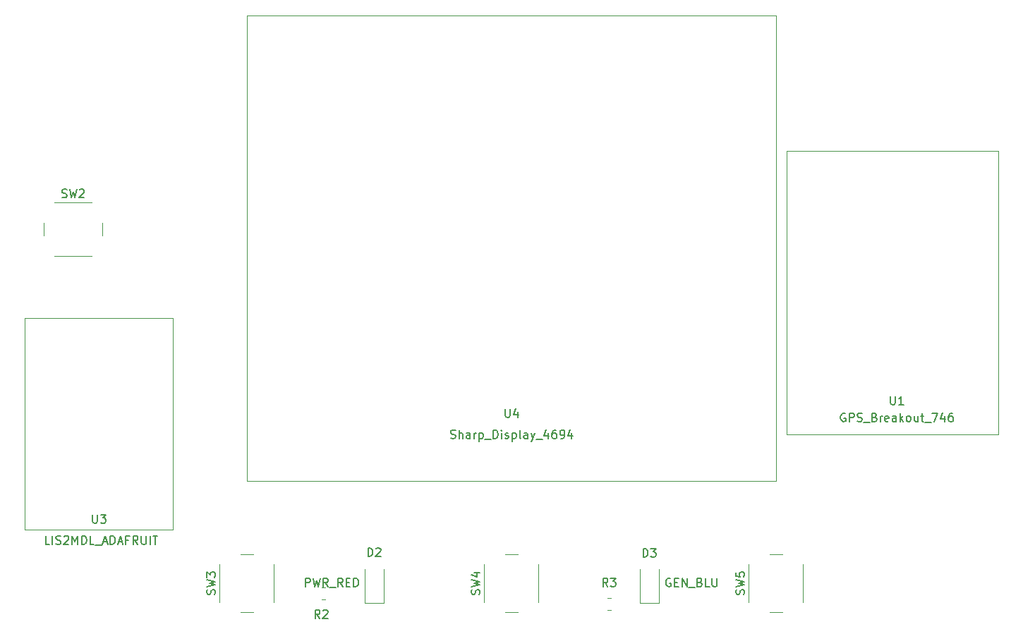
<source format=gbr>
%TF.GenerationSoftware,KiCad,Pcbnew,5.1.9+dfsg1-1*%
%TF.CreationDate,2021-09-30T01:50:27+00:00*%
%TF.ProjectId,st_pat,73745f70-6174-42e6-9b69-6361645f7063,rev?*%
%TF.SameCoordinates,Original*%
%TF.FileFunction,Legend,Top*%
%TF.FilePolarity,Positive*%
%FSLAX46Y46*%
G04 Gerber Fmt 4.6, Leading zero omitted, Abs format (unit mm)*
G04 Created by KiCad (PCBNEW 5.1.9+dfsg1-1) date 2021-09-30 01:50:27*
%MOMM*%
%LPD*%
G01*
G04 APERTURE LIST*
%ADD10C,0.120000*%
%ADD11C,0.150000*%
G04 APERTURE END LIST*
D10*
%TO.C,U1*%
X172720000Y-93980000D02*
X172720000Y-59944000D01*
X172720000Y-59944000D02*
X198120000Y-59944000D01*
X198120000Y-59944000D02*
X198120000Y-93980000D01*
X198120000Y-93980000D02*
X172720000Y-93980000D01*
%TO.C,SW5*%
X172164000Y-108312000D02*
X170664000Y-108312000D01*
X168164000Y-109562000D02*
X168164000Y-114062000D01*
X170664000Y-115312000D02*
X172164000Y-115312000D01*
X174664000Y-114062000D02*
X174664000Y-109562000D01*
%TO.C,SW4*%
X140414000Y-108312000D02*
X138914000Y-108312000D01*
X136414000Y-109562000D02*
X136414000Y-114062000D01*
X138914000Y-115312000D02*
X140414000Y-115312000D01*
X142914000Y-114062000D02*
X142914000Y-109562000D01*
%TO.C,SW3*%
X108664000Y-108312000D02*
X107164000Y-108312000D01*
X104664000Y-109562000D02*
X104664000Y-114062000D01*
X107164000Y-115312000D02*
X108664000Y-115312000D01*
X111164000Y-114062000D02*
X111164000Y-109562000D01*
%TO.C,SW2*%
X90570000Y-70056000D02*
X90570000Y-68556000D01*
X89320000Y-66056000D02*
X84820000Y-66056000D01*
X83570000Y-68556000D02*
X83570000Y-70056000D01*
X84820000Y-72556000D02*
X89320000Y-72556000D01*
%TO.C,U4*%
X171450000Y-43688000D02*
X171450000Y-99568000D01*
X107950000Y-43688000D02*
X171450000Y-43688000D01*
X107950000Y-99568000D02*
X107950000Y-43688000D01*
X171450000Y-99568000D02*
X107950000Y-99568000D01*
%TO.C,U3*%
X99060000Y-105410000D02*
X81280000Y-105410000D01*
X99060000Y-80010000D02*
X99060000Y-105410000D01*
X81280000Y-80010000D02*
X99060000Y-80010000D01*
X81280000Y-105410000D02*
X81280000Y-80010000D01*
%TO.C,R3*%
X151627064Y-115035000D02*
X151172936Y-115035000D01*
X151627064Y-113565000D02*
X151172936Y-113565000D01*
%TO.C,D3*%
X155075000Y-110160000D02*
X155075000Y-114220000D01*
X155075000Y-114220000D02*
X157345000Y-114220000D01*
X157345000Y-114220000D02*
X157345000Y-110160000D01*
%TO.C,R2*%
X117337064Y-113765000D02*
X116882936Y-113765000D01*
X117337064Y-112295000D02*
X116882936Y-112295000D01*
%TO.C,D2*%
X122055000Y-110123500D02*
X122055000Y-114183500D01*
X122055000Y-114183500D02*
X124325000Y-114183500D01*
X124325000Y-114183500D02*
X124325000Y-110123500D01*
%TO.C, *%
D11*
%TO.C,U1*%
X185166095Y-89368380D02*
X185166095Y-90177904D01*
X185213714Y-90273142D01*
X185261333Y-90320761D01*
X185356571Y-90368380D01*
X185547047Y-90368380D01*
X185642285Y-90320761D01*
X185689904Y-90273142D01*
X185737523Y-90177904D01*
X185737523Y-89368380D01*
X186737523Y-90368380D02*
X186166095Y-90368380D01*
X186451809Y-90368380D02*
X186451809Y-89368380D01*
X186356571Y-89511238D01*
X186261333Y-89606476D01*
X186166095Y-89654095D01*
X179737523Y-91448000D02*
X179642285Y-91400380D01*
X179499428Y-91400380D01*
X179356571Y-91448000D01*
X179261333Y-91543238D01*
X179213714Y-91638476D01*
X179166095Y-91828952D01*
X179166095Y-91971809D01*
X179213714Y-92162285D01*
X179261333Y-92257523D01*
X179356571Y-92352761D01*
X179499428Y-92400380D01*
X179594666Y-92400380D01*
X179737523Y-92352761D01*
X179785142Y-92305142D01*
X179785142Y-91971809D01*
X179594666Y-91971809D01*
X180213714Y-92400380D02*
X180213714Y-91400380D01*
X180594666Y-91400380D01*
X180689904Y-91448000D01*
X180737523Y-91495619D01*
X180785142Y-91590857D01*
X180785142Y-91733714D01*
X180737523Y-91828952D01*
X180689904Y-91876571D01*
X180594666Y-91924190D01*
X180213714Y-91924190D01*
X181166095Y-92352761D02*
X181308952Y-92400380D01*
X181547047Y-92400380D01*
X181642285Y-92352761D01*
X181689904Y-92305142D01*
X181737523Y-92209904D01*
X181737523Y-92114666D01*
X181689904Y-92019428D01*
X181642285Y-91971809D01*
X181547047Y-91924190D01*
X181356571Y-91876571D01*
X181261333Y-91828952D01*
X181213714Y-91781333D01*
X181166095Y-91686095D01*
X181166095Y-91590857D01*
X181213714Y-91495619D01*
X181261333Y-91448000D01*
X181356571Y-91400380D01*
X181594666Y-91400380D01*
X181737523Y-91448000D01*
X181928000Y-92495619D02*
X182689904Y-92495619D01*
X183261333Y-91876571D02*
X183404190Y-91924190D01*
X183451809Y-91971809D01*
X183499428Y-92067047D01*
X183499428Y-92209904D01*
X183451809Y-92305142D01*
X183404190Y-92352761D01*
X183308952Y-92400380D01*
X182928000Y-92400380D01*
X182928000Y-91400380D01*
X183261333Y-91400380D01*
X183356571Y-91448000D01*
X183404190Y-91495619D01*
X183451809Y-91590857D01*
X183451809Y-91686095D01*
X183404190Y-91781333D01*
X183356571Y-91828952D01*
X183261333Y-91876571D01*
X182928000Y-91876571D01*
X183928000Y-92400380D02*
X183928000Y-91733714D01*
X183928000Y-91924190D02*
X183975619Y-91828952D01*
X184023238Y-91781333D01*
X184118476Y-91733714D01*
X184213714Y-91733714D01*
X184928000Y-92352761D02*
X184832761Y-92400380D01*
X184642285Y-92400380D01*
X184547047Y-92352761D01*
X184499428Y-92257523D01*
X184499428Y-91876571D01*
X184547047Y-91781333D01*
X184642285Y-91733714D01*
X184832761Y-91733714D01*
X184928000Y-91781333D01*
X184975619Y-91876571D01*
X184975619Y-91971809D01*
X184499428Y-92067047D01*
X185832761Y-92400380D02*
X185832761Y-91876571D01*
X185785142Y-91781333D01*
X185689904Y-91733714D01*
X185499428Y-91733714D01*
X185404190Y-91781333D01*
X185832761Y-92352761D02*
X185737523Y-92400380D01*
X185499428Y-92400380D01*
X185404190Y-92352761D01*
X185356571Y-92257523D01*
X185356571Y-92162285D01*
X185404190Y-92067047D01*
X185499428Y-92019428D01*
X185737523Y-92019428D01*
X185832761Y-91971809D01*
X186308952Y-92400380D02*
X186308952Y-91400380D01*
X186404190Y-92019428D02*
X186689904Y-92400380D01*
X186689904Y-91733714D02*
X186308952Y-92114666D01*
X187261333Y-92400380D02*
X187166095Y-92352761D01*
X187118476Y-92305142D01*
X187070857Y-92209904D01*
X187070857Y-91924190D01*
X187118476Y-91828952D01*
X187166095Y-91781333D01*
X187261333Y-91733714D01*
X187404190Y-91733714D01*
X187499428Y-91781333D01*
X187547047Y-91828952D01*
X187594666Y-91924190D01*
X187594666Y-92209904D01*
X187547047Y-92305142D01*
X187499428Y-92352761D01*
X187404190Y-92400380D01*
X187261333Y-92400380D01*
X188451809Y-91733714D02*
X188451809Y-92400380D01*
X188023238Y-91733714D02*
X188023238Y-92257523D01*
X188070857Y-92352761D01*
X188166095Y-92400380D01*
X188308952Y-92400380D01*
X188404190Y-92352761D01*
X188451809Y-92305142D01*
X188785142Y-91733714D02*
X189166095Y-91733714D01*
X188928000Y-91400380D02*
X188928000Y-92257523D01*
X188975619Y-92352761D01*
X189070857Y-92400380D01*
X189166095Y-92400380D01*
X189261333Y-92495619D02*
X190023238Y-92495619D01*
X190166095Y-91400380D02*
X190832761Y-91400380D01*
X190404190Y-92400380D01*
X191642285Y-91733714D02*
X191642285Y-92400380D01*
X191404190Y-91352761D02*
X191166095Y-92067047D01*
X191785142Y-92067047D01*
X192594666Y-91400380D02*
X192404190Y-91400380D01*
X192308952Y-91448000D01*
X192261333Y-91495619D01*
X192166095Y-91638476D01*
X192118476Y-91828952D01*
X192118476Y-92209904D01*
X192166095Y-92305142D01*
X192213714Y-92352761D01*
X192308952Y-92400380D01*
X192499428Y-92400380D01*
X192594666Y-92352761D01*
X192642285Y-92305142D01*
X192689904Y-92209904D01*
X192689904Y-91971809D01*
X192642285Y-91876571D01*
X192594666Y-91828952D01*
X192499428Y-91781333D01*
X192308952Y-91781333D01*
X192213714Y-91828952D01*
X192166095Y-91876571D01*
X192118476Y-91971809D01*
%TO.C,SW5*%
X167568761Y-113145333D02*
X167616380Y-113002476D01*
X167616380Y-112764380D01*
X167568761Y-112669142D01*
X167521142Y-112621523D01*
X167425904Y-112573904D01*
X167330666Y-112573904D01*
X167235428Y-112621523D01*
X167187809Y-112669142D01*
X167140190Y-112764380D01*
X167092571Y-112954857D01*
X167044952Y-113050095D01*
X166997333Y-113097714D01*
X166902095Y-113145333D01*
X166806857Y-113145333D01*
X166711619Y-113097714D01*
X166664000Y-113050095D01*
X166616380Y-112954857D01*
X166616380Y-112716761D01*
X166664000Y-112573904D01*
X166616380Y-112240571D02*
X167616380Y-112002476D01*
X166902095Y-111812000D01*
X167616380Y-111621523D01*
X166616380Y-111383428D01*
X166616380Y-110526285D02*
X166616380Y-111002476D01*
X167092571Y-111050095D01*
X167044952Y-111002476D01*
X166997333Y-110907238D01*
X166997333Y-110669142D01*
X167044952Y-110573904D01*
X167092571Y-110526285D01*
X167187809Y-110478666D01*
X167425904Y-110478666D01*
X167521142Y-110526285D01*
X167568761Y-110573904D01*
X167616380Y-110669142D01*
X167616380Y-110907238D01*
X167568761Y-111002476D01*
X167521142Y-111050095D01*
%TO.C,SW4*%
X135818761Y-113145333D02*
X135866380Y-113002476D01*
X135866380Y-112764380D01*
X135818761Y-112669142D01*
X135771142Y-112621523D01*
X135675904Y-112573904D01*
X135580666Y-112573904D01*
X135485428Y-112621523D01*
X135437809Y-112669142D01*
X135390190Y-112764380D01*
X135342571Y-112954857D01*
X135294952Y-113050095D01*
X135247333Y-113097714D01*
X135152095Y-113145333D01*
X135056857Y-113145333D01*
X134961619Y-113097714D01*
X134914000Y-113050095D01*
X134866380Y-112954857D01*
X134866380Y-112716761D01*
X134914000Y-112573904D01*
X134866380Y-112240571D02*
X135866380Y-112002476D01*
X135152095Y-111812000D01*
X135866380Y-111621523D01*
X134866380Y-111383428D01*
X135199714Y-110573904D02*
X135866380Y-110573904D01*
X134818761Y-110812000D02*
X135533047Y-111050095D01*
X135533047Y-110431047D01*
%TO.C,SW3*%
X104068761Y-113145333D02*
X104116380Y-113002476D01*
X104116380Y-112764380D01*
X104068761Y-112669142D01*
X104021142Y-112621523D01*
X103925904Y-112573904D01*
X103830666Y-112573904D01*
X103735428Y-112621523D01*
X103687809Y-112669142D01*
X103640190Y-112764380D01*
X103592571Y-112954857D01*
X103544952Y-113050095D01*
X103497333Y-113097714D01*
X103402095Y-113145333D01*
X103306857Y-113145333D01*
X103211619Y-113097714D01*
X103164000Y-113050095D01*
X103116380Y-112954857D01*
X103116380Y-112716761D01*
X103164000Y-112573904D01*
X103116380Y-112240571D02*
X104116380Y-112002476D01*
X103402095Y-111812000D01*
X104116380Y-111621523D01*
X103116380Y-111383428D01*
X103116380Y-111097714D02*
X103116380Y-110478666D01*
X103497333Y-110812000D01*
X103497333Y-110669142D01*
X103544952Y-110573904D01*
X103592571Y-110526285D01*
X103687809Y-110478666D01*
X103925904Y-110478666D01*
X104021142Y-110526285D01*
X104068761Y-110573904D01*
X104116380Y-110669142D01*
X104116380Y-110954857D01*
X104068761Y-111050095D01*
X104021142Y-111097714D01*
%TO.C,SW2*%
X85736666Y-65460761D02*
X85879523Y-65508380D01*
X86117619Y-65508380D01*
X86212857Y-65460761D01*
X86260476Y-65413142D01*
X86308095Y-65317904D01*
X86308095Y-65222666D01*
X86260476Y-65127428D01*
X86212857Y-65079809D01*
X86117619Y-65032190D01*
X85927142Y-64984571D01*
X85831904Y-64936952D01*
X85784285Y-64889333D01*
X85736666Y-64794095D01*
X85736666Y-64698857D01*
X85784285Y-64603619D01*
X85831904Y-64556000D01*
X85927142Y-64508380D01*
X86165238Y-64508380D01*
X86308095Y-64556000D01*
X86641428Y-64508380D02*
X86879523Y-65508380D01*
X87070000Y-64794095D01*
X87260476Y-65508380D01*
X87498571Y-64508380D01*
X87831904Y-64603619D02*
X87879523Y-64556000D01*
X87974761Y-64508380D01*
X88212857Y-64508380D01*
X88308095Y-64556000D01*
X88355714Y-64603619D01*
X88403333Y-64698857D01*
X88403333Y-64794095D01*
X88355714Y-64936952D01*
X87784285Y-65508380D01*
X88403333Y-65508380D01*
%TO.C, *%
%TO.C,U4*%
X138938095Y-90892380D02*
X138938095Y-91701904D01*
X138985714Y-91797142D01*
X139033333Y-91844761D01*
X139128571Y-91892380D01*
X139319047Y-91892380D01*
X139414285Y-91844761D01*
X139461904Y-91797142D01*
X139509523Y-91701904D01*
X139509523Y-90892380D01*
X140414285Y-91225714D02*
X140414285Y-91892380D01*
X140176190Y-90844761D02*
X139938095Y-91559047D01*
X140557142Y-91559047D01*
X132390476Y-94384761D02*
X132533333Y-94432380D01*
X132771428Y-94432380D01*
X132866666Y-94384761D01*
X132914285Y-94337142D01*
X132961904Y-94241904D01*
X132961904Y-94146666D01*
X132914285Y-94051428D01*
X132866666Y-94003809D01*
X132771428Y-93956190D01*
X132580952Y-93908571D01*
X132485714Y-93860952D01*
X132438095Y-93813333D01*
X132390476Y-93718095D01*
X132390476Y-93622857D01*
X132438095Y-93527619D01*
X132485714Y-93480000D01*
X132580952Y-93432380D01*
X132819047Y-93432380D01*
X132961904Y-93480000D01*
X133390476Y-94432380D02*
X133390476Y-93432380D01*
X133819047Y-94432380D02*
X133819047Y-93908571D01*
X133771428Y-93813333D01*
X133676190Y-93765714D01*
X133533333Y-93765714D01*
X133438095Y-93813333D01*
X133390476Y-93860952D01*
X134723809Y-94432380D02*
X134723809Y-93908571D01*
X134676190Y-93813333D01*
X134580952Y-93765714D01*
X134390476Y-93765714D01*
X134295238Y-93813333D01*
X134723809Y-94384761D02*
X134628571Y-94432380D01*
X134390476Y-94432380D01*
X134295238Y-94384761D01*
X134247619Y-94289523D01*
X134247619Y-94194285D01*
X134295238Y-94099047D01*
X134390476Y-94051428D01*
X134628571Y-94051428D01*
X134723809Y-94003809D01*
X135200000Y-94432380D02*
X135200000Y-93765714D01*
X135200000Y-93956190D02*
X135247619Y-93860952D01*
X135295238Y-93813333D01*
X135390476Y-93765714D01*
X135485714Y-93765714D01*
X135819047Y-93765714D02*
X135819047Y-94765714D01*
X135819047Y-93813333D02*
X135914285Y-93765714D01*
X136104761Y-93765714D01*
X136200000Y-93813333D01*
X136247619Y-93860952D01*
X136295238Y-93956190D01*
X136295238Y-94241904D01*
X136247619Y-94337142D01*
X136200000Y-94384761D01*
X136104761Y-94432380D01*
X135914285Y-94432380D01*
X135819047Y-94384761D01*
X136485714Y-94527619D02*
X137247619Y-94527619D01*
X137485714Y-94432380D02*
X137485714Y-93432380D01*
X137723809Y-93432380D01*
X137866666Y-93480000D01*
X137961904Y-93575238D01*
X138009523Y-93670476D01*
X138057142Y-93860952D01*
X138057142Y-94003809D01*
X138009523Y-94194285D01*
X137961904Y-94289523D01*
X137866666Y-94384761D01*
X137723809Y-94432380D01*
X137485714Y-94432380D01*
X138485714Y-94432380D02*
X138485714Y-93765714D01*
X138485714Y-93432380D02*
X138438095Y-93480000D01*
X138485714Y-93527619D01*
X138533333Y-93480000D01*
X138485714Y-93432380D01*
X138485714Y-93527619D01*
X138914285Y-94384761D02*
X139009523Y-94432380D01*
X139200000Y-94432380D01*
X139295238Y-94384761D01*
X139342857Y-94289523D01*
X139342857Y-94241904D01*
X139295238Y-94146666D01*
X139200000Y-94099047D01*
X139057142Y-94099047D01*
X138961904Y-94051428D01*
X138914285Y-93956190D01*
X138914285Y-93908571D01*
X138961904Y-93813333D01*
X139057142Y-93765714D01*
X139200000Y-93765714D01*
X139295238Y-93813333D01*
X139771428Y-93765714D02*
X139771428Y-94765714D01*
X139771428Y-93813333D02*
X139866666Y-93765714D01*
X140057142Y-93765714D01*
X140152380Y-93813333D01*
X140200000Y-93860952D01*
X140247619Y-93956190D01*
X140247619Y-94241904D01*
X140200000Y-94337142D01*
X140152380Y-94384761D01*
X140057142Y-94432380D01*
X139866666Y-94432380D01*
X139771428Y-94384761D01*
X140819047Y-94432380D02*
X140723809Y-94384761D01*
X140676190Y-94289523D01*
X140676190Y-93432380D01*
X141628571Y-94432380D02*
X141628571Y-93908571D01*
X141580952Y-93813333D01*
X141485714Y-93765714D01*
X141295238Y-93765714D01*
X141200000Y-93813333D01*
X141628571Y-94384761D02*
X141533333Y-94432380D01*
X141295238Y-94432380D01*
X141200000Y-94384761D01*
X141152380Y-94289523D01*
X141152380Y-94194285D01*
X141200000Y-94099047D01*
X141295238Y-94051428D01*
X141533333Y-94051428D01*
X141628571Y-94003809D01*
X142009523Y-93765714D02*
X142247619Y-94432380D01*
X142485714Y-93765714D02*
X142247619Y-94432380D01*
X142152380Y-94670476D01*
X142104761Y-94718095D01*
X142009523Y-94765714D01*
X142628571Y-94527619D02*
X143390476Y-94527619D01*
X144057142Y-93765714D02*
X144057142Y-94432380D01*
X143819047Y-93384761D02*
X143580952Y-94099047D01*
X144200000Y-94099047D01*
X145009523Y-93432380D02*
X144819047Y-93432380D01*
X144723809Y-93480000D01*
X144676190Y-93527619D01*
X144580952Y-93670476D01*
X144533333Y-93860952D01*
X144533333Y-94241904D01*
X144580952Y-94337142D01*
X144628571Y-94384761D01*
X144723809Y-94432380D01*
X144914285Y-94432380D01*
X145009523Y-94384761D01*
X145057142Y-94337142D01*
X145104761Y-94241904D01*
X145104761Y-94003809D01*
X145057142Y-93908571D01*
X145009523Y-93860952D01*
X144914285Y-93813333D01*
X144723809Y-93813333D01*
X144628571Y-93860952D01*
X144580952Y-93908571D01*
X144533333Y-94003809D01*
X145580952Y-94432380D02*
X145771428Y-94432380D01*
X145866666Y-94384761D01*
X145914285Y-94337142D01*
X146009523Y-94194285D01*
X146057142Y-94003809D01*
X146057142Y-93622857D01*
X146009523Y-93527619D01*
X145961904Y-93480000D01*
X145866666Y-93432380D01*
X145676190Y-93432380D01*
X145580952Y-93480000D01*
X145533333Y-93527619D01*
X145485714Y-93622857D01*
X145485714Y-93860952D01*
X145533333Y-93956190D01*
X145580952Y-94003809D01*
X145676190Y-94051428D01*
X145866666Y-94051428D01*
X145961904Y-94003809D01*
X146009523Y-93956190D01*
X146057142Y-93860952D01*
X146914285Y-93765714D02*
X146914285Y-94432380D01*
X146676190Y-93384761D02*
X146438095Y-94099047D01*
X147057142Y-94099047D01*
%TO.C,U3*%
X89408095Y-103592380D02*
X89408095Y-104401904D01*
X89455714Y-104497142D01*
X89503333Y-104544761D01*
X89598571Y-104592380D01*
X89789047Y-104592380D01*
X89884285Y-104544761D01*
X89931904Y-104497142D01*
X89979523Y-104401904D01*
X89979523Y-103592380D01*
X90360476Y-103592380D02*
X90979523Y-103592380D01*
X90646190Y-103973333D01*
X90789047Y-103973333D01*
X90884285Y-104020952D01*
X90931904Y-104068571D01*
X90979523Y-104163809D01*
X90979523Y-104401904D01*
X90931904Y-104497142D01*
X90884285Y-104544761D01*
X90789047Y-104592380D01*
X90503333Y-104592380D01*
X90408095Y-104544761D01*
X90360476Y-104497142D01*
X84257333Y-107132380D02*
X83781142Y-107132380D01*
X83781142Y-106132380D01*
X84590666Y-107132380D02*
X84590666Y-106132380D01*
X85019238Y-107084761D02*
X85162095Y-107132380D01*
X85400190Y-107132380D01*
X85495428Y-107084761D01*
X85543047Y-107037142D01*
X85590666Y-106941904D01*
X85590666Y-106846666D01*
X85543047Y-106751428D01*
X85495428Y-106703809D01*
X85400190Y-106656190D01*
X85209714Y-106608571D01*
X85114476Y-106560952D01*
X85066857Y-106513333D01*
X85019238Y-106418095D01*
X85019238Y-106322857D01*
X85066857Y-106227619D01*
X85114476Y-106180000D01*
X85209714Y-106132380D01*
X85447809Y-106132380D01*
X85590666Y-106180000D01*
X85971619Y-106227619D02*
X86019238Y-106180000D01*
X86114476Y-106132380D01*
X86352571Y-106132380D01*
X86447809Y-106180000D01*
X86495428Y-106227619D01*
X86543047Y-106322857D01*
X86543047Y-106418095D01*
X86495428Y-106560952D01*
X85924000Y-107132380D01*
X86543047Y-107132380D01*
X86971619Y-107132380D02*
X86971619Y-106132380D01*
X87304952Y-106846666D01*
X87638285Y-106132380D01*
X87638285Y-107132380D01*
X88114476Y-107132380D02*
X88114476Y-106132380D01*
X88352571Y-106132380D01*
X88495428Y-106180000D01*
X88590666Y-106275238D01*
X88638285Y-106370476D01*
X88685904Y-106560952D01*
X88685904Y-106703809D01*
X88638285Y-106894285D01*
X88590666Y-106989523D01*
X88495428Y-107084761D01*
X88352571Y-107132380D01*
X88114476Y-107132380D01*
X89590666Y-107132380D02*
X89114476Y-107132380D01*
X89114476Y-106132380D01*
X89685904Y-107227619D02*
X90447809Y-107227619D01*
X90638285Y-106846666D02*
X91114476Y-106846666D01*
X90543047Y-107132380D02*
X90876380Y-106132380D01*
X91209714Y-107132380D01*
X91543047Y-107132380D02*
X91543047Y-106132380D01*
X91781142Y-106132380D01*
X91924000Y-106180000D01*
X92019238Y-106275238D01*
X92066857Y-106370476D01*
X92114476Y-106560952D01*
X92114476Y-106703809D01*
X92066857Y-106894285D01*
X92019238Y-106989523D01*
X91924000Y-107084761D01*
X91781142Y-107132380D01*
X91543047Y-107132380D01*
X92495428Y-106846666D02*
X92971619Y-106846666D01*
X92400190Y-107132380D02*
X92733523Y-106132380D01*
X93066857Y-107132380D01*
X93733523Y-106608571D02*
X93400190Y-106608571D01*
X93400190Y-107132380D02*
X93400190Y-106132380D01*
X93876380Y-106132380D01*
X94828761Y-107132380D02*
X94495428Y-106656190D01*
X94257333Y-107132380D02*
X94257333Y-106132380D01*
X94638285Y-106132380D01*
X94733523Y-106180000D01*
X94781142Y-106227619D01*
X94828761Y-106322857D01*
X94828761Y-106465714D01*
X94781142Y-106560952D01*
X94733523Y-106608571D01*
X94638285Y-106656190D01*
X94257333Y-106656190D01*
X95257333Y-106132380D02*
X95257333Y-106941904D01*
X95304952Y-107037142D01*
X95352571Y-107084761D01*
X95447809Y-107132380D01*
X95638285Y-107132380D01*
X95733523Y-107084761D01*
X95781142Y-107037142D01*
X95828761Y-106941904D01*
X95828761Y-106132380D01*
X96304952Y-107132380D02*
X96304952Y-106132380D01*
X96638285Y-106132380D02*
X97209714Y-106132380D01*
X96923999Y-107132380D02*
X96923999Y-106132380D01*
%TO.C,R3*%
X151233333Y-112212380D02*
X150900000Y-111736190D01*
X150661904Y-112212380D02*
X150661904Y-111212380D01*
X151042857Y-111212380D01*
X151138095Y-111260000D01*
X151185714Y-111307619D01*
X151233333Y-111402857D01*
X151233333Y-111545714D01*
X151185714Y-111640952D01*
X151138095Y-111688571D01*
X151042857Y-111736190D01*
X150661904Y-111736190D01*
X151566666Y-111212380D02*
X152185714Y-111212380D01*
X151852380Y-111593333D01*
X151995238Y-111593333D01*
X152090476Y-111640952D01*
X152138095Y-111688571D01*
X152185714Y-111783809D01*
X152185714Y-112021904D01*
X152138095Y-112117142D01*
X152090476Y-112164761D01*
X151995238Y-112212380D01*
X151709523Y-112212380D01*
X151614285Y-112164761D01*
X151566666Y-112117142D01*
%TO.C,D3*%
X155471904Y-108656380D02*
X155471904Y-107656380D01*
X155710000Y-107656380D01*
X155852857Y-107704000D01*
X155948095Y-107799238D01*
X155995714Y-107894476D01*
X156043333Y-108084952D01*
X156043333Y-108227809D01*
X155995714Y-108418285D01*
X155948095Y-108513523D01*
X155852857Y-108608761D01*
X155710000Y-108656380D01*
X155471904Y-108656380D01*
X156376666Y-107656380D02*
X156995714Y-107656380D01*
X156662380Y-108037333D01*
X156805238Y-108037333D01*
X156900476Y-108084952D01*
X156948095Y-108132571D01*
X156995714Y-108227809D01*
X156995714Y-108465904D01*
X156948095Y-108561142D01*
X156900476Y-108608761D01*
X156805238Y-108656380D01*
X156519523Y-108656380D01*
X156424285Y-108608761D01*
X156376666Y-108561142D01*
X158766190Y-111260000D02*
X158670952Y-111212380D01*
X158528095Y-111212380D01*
X158385238Y-111260000D01*
X158290000Y-111355238D01*
X158242380Y-111450476D01*
X158194761Y-111640952D01*
X158194761Y-111783809D01*
X158242380Y-111974285D01*
X158290000Y-112069523D01*
X158385238Y-112164761D01*
X158528095Y-112212380D01*
X158623333Y-112212380D01*
X158766190Y-112164761D01*
X158813809Y-112117142D01*
X158813809Y-111783809D01*
X158623333Y-111783809D01*
X159242380Y-111688571D02*
X159575714Y-111688571D01*
X159718571Y-112212380D02*
X159242380Y-112212380D01*
X159242380Y-111212380D01*
X159718571Y-111212380D01*
X160147142Y-112212380D02*
X160147142Y-111212380D01*
X160718571Y-112212380D01*
X160718571Y-111212380D01*
X160956666Y-112307619D02*
X161718571Y-112307619D01*
X162290000Y-111688571D02*
X162432857Y-111736190D01*
X162480476Y-111783809D01*
X162528095Y-111879047D01*
X162528095Y-112021904D01*
X162480476Y-112117142D01*
X162432857Y-112164761D01*
X162337619Y-112212380D01*
X161956666Y-112212380D01*
X161956666Y-111212380D01*
X162290000Y-111212380D01*
X162385238Y-111260000D01*
X162432857Y-111307619D01*
X162480476Y-111402857D01*
X162480476Y-111498095D01*
X162432857Y-111593333D01*
X162385238Y-111640952D01*
X162290000Y-111688571D01*
X161956666Y-111688571D01*
X163432857Y-112212380D02*
X162956666Y-112212380D01*
X162956666Y-111212380D01*
X163766190Y-111212380D02*
X163766190Y-112021904D01*
X163813809Y-112117142D01*
X163861428Y-112164761D01*
X163956666Y-112212380D01*
X164147142Y-112212380D01*
X164242380Y-112164761D01*
X164290000Y-112117142D01*
X164337619Y-112021904D01*
X164337619Y-111212380D01*
%TO.C,R2*%
X116673333Y-116022380D02*
X116340000Y-115546190D01*
X116101904Y-116022380D02*
X116101904Y-115022380D01*
X116482857Y-115022380D01*
X116578095Y-115070000D01*
X116625714Y-115117619D01*
X116673333Y-115212857D01*
X116673333Y-115355714D01*
X116625714Y-115450952D01*
X116578095Y-115498571D01*
X116482857Y-115546190D01*
X116101904Y-115546190D01*
X117054285Y-115117619D02*
X117101904Y-115070000D01*
X117197142Y-115022380D01*
X117435238Y-115022380D01*
X117530476Y-115070000D01*
X117578095Y-115117619D01*
X117625714Y-115212857D01*
X117625714Y-115308095D01*
X117578095Y-115450952D01*
X117006666Y-116022380D01*
X117625714Y-116022380D01*
%TO.C,D2*%
X122451904Y-108583380D02*
X122451904Y-107583380D01*
X122690000Y-107583380D01*
X122832857Y-107631000D01*
X122928095Y-107726238D01*
X122975714Y-107821476D01*
X123023333Y-108011952D01*
X123023333Y-108154809D01*
X122975714Y-108345285D01*
X122928095Y-108440523D01*
X122832857Y-108535761D01*
X122690000Y-108583380D01*
X122451904Y-108583380D01*
X123404285Y-107678619D02*
X123451904Y-107631000D01*
X123547142Y-107583380D01*
X123785238Y-107583380D01*
X123880476Y-107631000D01*
X123928095Y-107678619D01*
X123975714Y-107773857D01*
X123975714Y-107869095D01*
X123928095Y-108011952D01*
X123356666Y-108583380D01*
X123975714Y-108583380D01*
X114943333Y-112212380D02*
X114943333Y-111212380D01*
X115324285Y-111212380D01*
X115419523Y-111260000D01*
X115467142Y-111307619D01*
X115514761Y-111402857D01*
X115514761Y-111545714D01*
X115467142Y-111640952D01*
X115419523Y-111688571D01*
X115324285Y-111736190D01*
X114943333Y-111736190D01*
X115848095Y-111212380D02*
X116086190Y-112212380D01*
X116276666Y-111498095D01*
X116467142Y-112212380D01*
X116705238Y-111212380D01*
X117657619Y-112212380D02*
X117324285Y-111736190D01*
X117086190Y-112212380D02*
X117086190Y-111212380D01*
X117467142Y-111212380D01*
X117562380Y-111260000D01*
X117610000Y-111307619D01*
X117657619Y-111402857D01*
X117657619Y-111545714D01*
X117610000Y-111640952D01*
X117562380Y-111688571D01*
X117467142Y-111736190D01*
X117086190Y-111736190D01*
X117848095Y-112307619D02*
X118610000Y-112307619D01*
X119419523Y-112212380D02*
X119086190Y-111736190D01*
X118848095Y-112212380D02*
X118848095Y-111212380D01*
X119229047Y-111212380D01*
X119324285Y-111260000D01*
X119371904Y-111307619D01*
X119419523Y-111402857D01*
X119419523Y-111545714D01*
X119371904Y-111640952D01*
X119324285Y-111688571D01*
X119229047Y-111736190D01*
X118848095Y-111736190D01*
X119848095Y-111688571D02*
X120181428Y-111688571D01*
X120324285Y-112212380D02*
X119848095Y-112212380D01*
X119848095Y-111212380D01*
X120324285Y-111212380D01*
X120752857Y-112212380D02*
X120752857Y-111212380D01*
X120990952Y-111212380D01*
X121133809Y-111260000D01*
X121229047Y-111355238D01*
X121276666Y-111450476D01*
X121324285Y-111640952D01*
X121324285Y-111783809D01*
X121276666Y-111974285D01*
X121229047Y-112069523D01*
X121133809Y-112164761D01*
X120990952Y-112212380D01*
X120752857Y-112212380D01*
%TD*%
M02*

</source>
